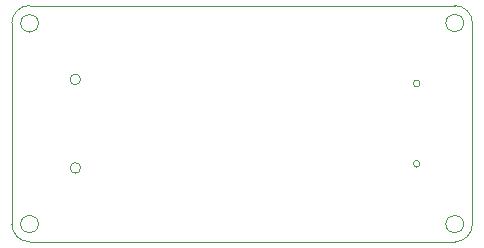
<source format=gbr>
%TF.GenerationSoftware,KiCad,Pcbnew,9.0.0-rc3*%
%TF.CreationDate,2025-02-11T14:32:45-05:00*%
%TF.ProjectId,melonHD,6d656c6f-6e48-4442-9e6b-696361645f70,rev?*%
%TF.SameCoordinates,PX7459280PY6422c40*%
%TF.FileFunction,Profile,NP*%
%FSLAX46Y46*%
G04 Gerber Fmt 4.6, Leading zero omitted, Abs format (unit mm)*
G04 Created by KiCad (PCBNEW 9.0.0-rc3) date 2025-02-11 14:32:45*
%MOMM*%
%LPD*%
G01*
G04 APERTURE LIST*
%TA.AperFunction,Profile*%
%ADD10C,0.050000*%
%TD*%
%TA.AperFunction,Profile*%
%ADD11C,0.010000*%
%TD*%
G04 APERTURE END LIST*
D10*
X39000000Y500000D02*
G75*
G02*
X37500000Y-1000000I-1500000J0D01*
G01*
X1500000Y-1000000D02*
G75*
G02*
X0Y500000I0J1500000D01*
G01*
X38250000Y500000D02*
G75*
G02*
X36750000Y500000I-750000J0D01*
G01*
X36750000Y500000D02*
G75*
G02*
X38250000Y500000I750000J0D01*
G01*
X39000000Y500000D02*
X39000000Y17500000D01*
X37500000Y19000000D02*
G75*
G02*
X39000000Y17500000I0J-1500000D01*
G01*
X0Y17500000D02*
G75*
G02*
X1500000Y19000000I1500000J0D01*
G01*
X2250000Y17500000D02*
G75*
G02*
X750000Y17500000I-750000J0D01*
G01*
X750000Y17500000D02*
G75*
G02*
X2250000Y17500000I750000J0D01*
G01*
X38250000Y17525000D02*
G75*
G02*
X36750000Y17525000I-750000J0D01*
G01*
X36750000Y17525000D02*
G75*
G02*
X38250000Y17525000I750000J0D01*
G01*
X2250000Y500000D02*
G75*
G02*
X750000Y500000I-750000J0D01*
G01*
X750000Y500000D02*
G75*
G02*
X2250000Y500000I750000J0D01*
G01*
X1500000Y-1000000D02*
X37500000Y-1000000D01*
X37500000Y19000000D02*
X1500000Y19000000D01*
X0Y17500000D02*
X0Y500000D01*
X5825000Y12750000D02*
G75*
G02*
X4925000Y12750000I-450000J0D01*
G01*
X4925000Y12750000D02*
G75*
G02*
X5825000Y12750000I450000J0D01*
G01*
X5825000Y5250000D02*
G75*
G02*
X4925000Y5250000I-450000J0D01*
G01*
X4925000Y5250000D02*
G75*
G02*
X5825000Y5250000I450000J0D01*
G01*
D11*
X34555000Y12400000D02*
G75*
G02*
X33995000Y12400000I-280000J0D01*
G01*
X33995000Y12400000D02*
G75*
G02*
X34555000Y12400000I280000J0D01*
G01*
X34555000Y5600000D02*
G75*
G02*
X33995000Y5600000I-280000J0D01*
G01*
X33995000Y5600000D02*
G75*
G02*
X34555000Y5600000I280000J0D01*
G01*
M02*

</source>
